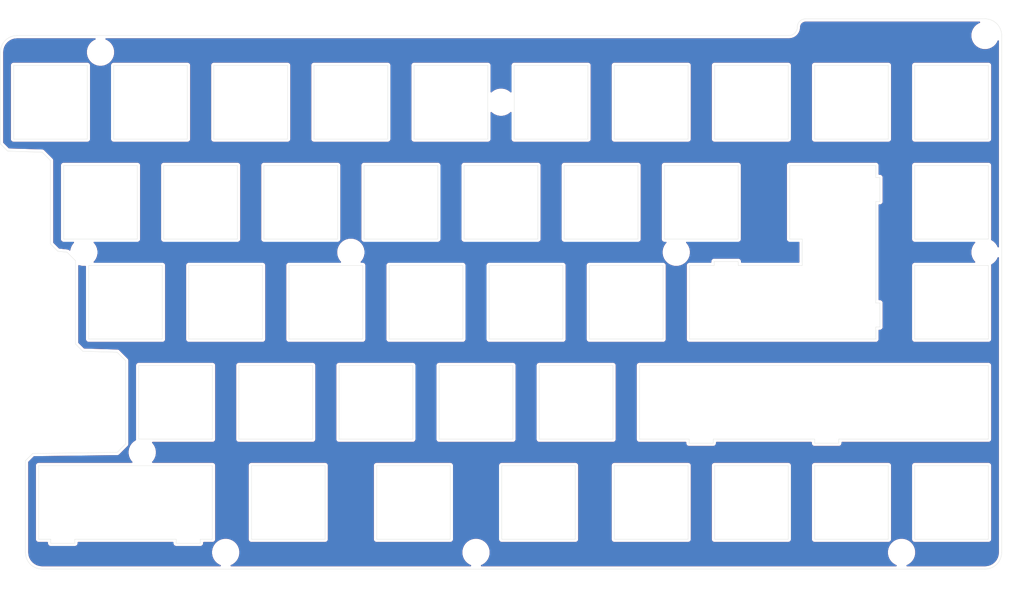
<source format=kicad_pcb>
(kicad_pcb (version 20171130) (host pcbnew "(5.1.5)-3")
  (layers (0 F.Cu signal) (31 B.Cu signal) (34 B.Paste user) (35 F.Paste user) (36 B.SilkS user) (37 F.SilkS user) (38 B.Mask user) (39 F.Mask user) (44 Edge.Cuts user))
  (net 0 "")
  (module Ipomoea-cairica:M2_SCREW_HOLE_CL (layer F.Cu) (at 314.325 19.05)
    (fp_text reference M2_SPACER_HOLE_011 hide)
    (fp_text value Val** hide)
    (pad "" np_thru_hole circle (at 0 0) (size 2.2 2.2) (drill 2.2) (layers *.Cu *.Mask) (clearance 1.5))
  )
  (module Ipomoea-cairica:M2_SCREW_HOLE_CL (layer F.Cu) (at 169.8625 117.475)
    (fp_text reference M2_SPACER_HOLE_002 hide)
    (fp_text value Val** hide)
    (pad "" np_thru_hole circle (at 0 0) (size 2.2 2.2) (drill 2.2) (layers *.Cu *.Mask) (clearance 1.5))
  )
  (module Ipomoea-cairica:M2_SCREW_HOLE_CL (layer F.Cu) (at 193.675 60.325)
    (fp_text reference M2_SPACER_HOLE_003 hide)
    (fp_text value Val** hide)
    (pad "" np_thru_hole circle (at 0 0) (size 2.2 2.2) (drill 2.2) (layers *.Cu *.Mask) (clearance 1.5))
  )
  (module Ipomoea-cairica:M2_SCREW_HOLE_CL (layer F.Cu) (at 222.25 31.75)
    (fp_text reference M2_SPACER_HOLE_004 hide)
    (fp_text value Val** hide)
    (pad "" np_thru_hole circle (at 0 0) (size 2.2 2.2) (drill 2.2) (layers *.Cu *.Mask) (clearance 1.5))
  )
  (module Ipomoea-cairica:M2_SCREW_HOLE_CL (layer F.Cu) (at 314.325 60.325)
    (fp_text reference M2_SPACER_HOLE_007 hide)
    (fp_text value Val** hide)
    (pad "" np_thru_hole circle (at 0 0) (size 2.2 2.2) (drill 2.2) (layers *.Cu *.Mask) (clearance 1.5))
  )
  (module Ipomoea-cairica:M2_SCREW_HOLE_CL (layer F.Cu) (at 298.45 117.475)
    (fp_text reference M2_SPACER_HOLE_009 hide)
    (fp_text value Val** hide)
    (pad "" np_thru_hole circle (at 0 0) (size 2.2 2.2) (drill 2.2) (layers *.Cu *.Mask) (clearance 1.5))
  )
  (module Ipomoea-cairica:M2_SCREW_HOLE_CL (layer F.Cu) (at 217.4875 117.475)
    (fp_text reference M2_SPACER_HOLE_010 hide)
    (fp_text value Val** hide)
    (pad "" np_thru_hole circle (at 0 0) (size 2.2 2.2) (drill 2.2) (layers *.Cu *.Mask) (clearance 1.5))
  )
  (module Ipomoea-cairica:M2_SCREW_HOLE_CL (layer F.Cu) (at 146.05 22.225)
    (fp_text reference M2_SPACER_HOLE_012 hide)
    (fp_text value Val** hide)
    (pad "" np_thru_hole circle (at 0 0) (size 2.2 2.2) (drill 2.2) (layers *.Cu *.Mask) (clearance 1.5))
  )
  (module Ipomoea-cairica:M2_SCREW_HOLE_CL (layer F.Cu) (at 255.5875 60.325)
    (fp_text reference M2_SPACER_HOLE_013 hide)
    (fp_text value Val** hide)
    (pad "" np_thru_hole circle (at 0 0) (size 2.2 2.2) (drill 2.2) (layers *.Cu *.Mask) (clearance 1.5))
  )
  (module Ipomoea-cairica:M2_SCREW_HOLE_CL (layer F.Cu) (at 142.875 60.325)
    (fp_text reference M2_SPACER_HOLE_017 hide)
    (fp_text value Val** hide)
    (pad "" np_thru_hole circle (at 0 0) (size 2.2 2.2) (drill 2.2) (layers *.Cu *.Mask) (clearance 1.5))
  )
  (module Ipomoea-cairica:M2_SCREW_HOLE_CL (layer F.Cu) (at 153.9875 98.425)
    (fp_text reference M2_SPACER_HOLE_019 hide)
    (fp_text value Val** hide)
    (pad "" np_thru_hole circle (at 0 0) (size 2.2 2.2) (drill 2.2) (layers *.Cu *.Mask) (clearance 1.5))
  )
  (module Ipomoea-cairica:CUT_HOLE_CENTER_RIGHT (layer F.Cu) (at 141.2875 69.85)
    (fp_text reference CUT_HOLE_CENTER)
    (fp_text value CUT_HOLE_CENTER_RIGHT)
    (fp_line (start -14.2875 -30.1625) (end -12.9 -28.7745) (layer Edge.Cuts) (width 0.05))
    (fp_line (start -4.7625 -11.1125) (end -3.375 -9.7245) (layer Edge.Cuts) (width 0.05))
    (fp_line (start -9.525 30.1625) (end -8.137 28.775) (layer Edge.Cuts) (width 0.05))
    (fp_line (start 0 7.9375) (end 1.3875 9.3255) (layer Edge.Cuts) (width 0.05))
    (fp_line (start 7.9375 28.575) (end 9.525 26.9875) (layer Edge.Cuts) (width 0.05))
    (fp_line (start -6.35 -28.575) (end -4.7625 -26.9875) (layer Edge.Cuts) (width 0.05))
    (fp_line (start -1.5875 -9.525) (end 0 -7.9375) (layer Edge.Cuts) (width 0.05))
    (fp_line (start 7.9375 9.525) (end 9.525 11.1125) (layer Edge.Cuts) (width 0.05))
    (fp_line (start -9.525 30.1625) (end -9.525 47.625) (layer Edge.Cuts) (width 0.05))
    (fp_line (start 7.9375 28.575) (end -8.137 28.775) (layer Edge.Cuts) (width 0.05))
    (fp_line (start 9.5255 11.1125) (end 9.525 26.9875) (layer Edge.Cuts) (width 0.05))
    (fp_line (start 1.3875 9.3255) (end 7.9375 9.525) (layer Edge.Cuts) (width 0.05))
    (fp_line (start 0 -7.9375) (end 0 7.9375) (layer Edge.Cuts) (width 0.05))
    (fp_line (start -3.375 -9.7245) (end -1.5875 -9.525) (layer Edge.Cuts) (width 0.05))
    (fp_line (start -4.7625 -26.9875) (end -4.7625 -11.1125) (layer Edge.Cuts) (width 0.05))
    (fp_line (start -12.9 -28.7745) (end -6.35 -28.575) (layer Edge.Cuts) (width 0.05))
    (fp_line (start -14.2875 -47.625) (end -14.2875 -30.1625) (layer Edge.Cuts) (width 0.05))
  )
  (module Ipomoea-cairica:CherryMX-Top_1u (layer F.Cu) (at 160.338 88.9)
    (fp_text reference SW56)
    (fp_text value SW_PUSH)
    (fp_line (start -7 -7) (end 7 -7) (layer Edge.Cuts) (width 0.05))
    (fp_line (start 7 7) (end -7 7) (layer Edge.Cuts) (width 0.05))
    (fp_line (start 7 7) (end 7 -7) (layer Edge.Cuts) (width 0.05))
    (fp_line (start -7 7) (end -7 -7) (layer Edge.Cuts) (width 0.05))
  )
  (module Ipomoea-cairica:CherryMX-Top_ENT (layer F.Cu) (at 277.01875 69.85)
    (fp_text reference REF**)
    (fp_text value CherryMX-Top_ENT)
    (fp_line (start 16.525 -26.05) (end 0.14375 -26.05) (layer Edge.Cuts) (width 0.05))
    (fp_line (start 0.14375 -12.05) (end 2.525 -12.05) (layer Edge.Cuts) (width 0.05))
    (fp_line (start 0.14375 -12.05) (end 0.14375 -26.05) (layer Edge.Cuts) (width 0.05))
    (fp_line (start 2.525 -7) (end -9.652 -7) (layer Edge.Cuts) (width 0.05))
    (fp_line (start -18.90625 7) (end -18.90625 -7) (layer Edge.Cuts) (width 0.05))
    (fp_line (start 16.525 7) (end -18.90625 7) (layer Edge.Cuts) (width 0.05))
    (fp_line (start -14.224 -7) (end -14.224 -7.7724) (layer Edge.Cuts) (width 0.05))
    (fp_line (start -9.652 -7.7724) (end -14.224 -7.7724) (layer Edge.Cuts) (width 0.05))
    (fp_line (start -9.652 -7) (end -9.652 -7.7724) (layer Edge.Cuts) (width 0.05))
    (fp_line (start -14.224 -7) (end -18.90625 -7) (layer Edge.Cuts) (width 0.05))
    (fp_line (start 16.525 4.699) (end 16.525 7) (layer Edge.Cuts) (width 0.05))
    (fp_line (start 16.525 -19.177) (end 17.2974 -19.177) (layer Edge.Cuts) (width 0.05))
    (fp_line (start 17.2974 -19.177) (end 17.2974 -23.749) (layer Edge.Cuts) (width 0.05))
    (fp_line (start 2.525 -7) (end 2.525 -12.05) (layer Edge.Cuts) (width 0.05))
    (fp_line (start 16.525 -19.177) (end 16.525 0.127) (layer Edge.Cuts) (width 0.05))
    (fp_line (start 16.525 0.127) (end 17.2974 0.127) (layer Edge.Cuts) (width 0.05))
    (fp_line (start 17.2974 0.127) (end 17.2974 4.699) (layer Edge.Cuts) (width 0.05))
    (fp_line (start 16.525 -23.749) (end 17.2974 -23.749) (layer Edge.Cuts) (width 0.05))
    (fp_line (start 16.525 -23.749) (end 16.525 -26.05) (layer Edge.Cuts) (width 0.05))
    (fp_line (start 16.525 4.699) (end 17.2974 4.699) (layer Edge.Cuts) (width 0.05))
  )
  (module Ipomoea-cairica:CherryMX-Top_RSFT (layer F.Cu) (at 272.25625 88.9)
    (fp_text reference REF**)
    (fp_text value CherryMX-Top_RSFT)
    (fp_line (start 14.224 7) (end 42.71875 7) (layer Edge.Cuts) (width 0.05))
    (fp_line (start -14.224 7) (end -23.66875 7) (layer Edge.Cuts) (width 0.05))
    (fp_line (start 42.71875 -7) (end -23.66875 -7) (layer Edge.Cuts) (width 0.05))
    (fp_line (start 9.652 7) (end -9.652 7) (layer Edge.Cuts) (width 0.05))
    (fp_line (start -23.66875 7) (end -23.66875 -7) (layer Edge.Cuts) (width 0.05))
    (fp_line (start 42.71875 7) (end 42.71875 -7) (layer Edge.Cuts) (width 0.05))
    (fp_line (start 14.224 7) (end 14.224 7.7724) (layer Edge.Cuts) (width 0.05))
    (fp_line (start -9.652 7.7724) (end -14.224 7.7724) (layer Edge.Cuts) (width 0.05))
    (fp_line (start 9.652 7) (end 9.652 7.7724) (layer Edge.Cuts) (width 0.05))
    (fp_line (start 9.652 7.7724) (end 14.224 7.7724) (layer Edge.Cuts) (width 0.05))
    (fp_line (start -14.224 7) (end -14.224 7.7724) (layer Edge.Cuts) (width 0.05))
    (fp_line (start -9.652 7) (end -9.652 7.7724) (layer Edge.Cuts) (width 0.05))
  )
  (module Ipomoea-cairica:CherryMX-Top_1u (layer F.Cu) (at 288.925 31.75 180)
    (fp_text reference SW15)
    (fp_text value SW_PUSH)
    (fp_line (start -7 -7) (end 7 -7) (layer Edge.Cuts) (width 0.05))
    (fp_line (start 7 7) (end -7 7) (layer Edge.Cuts) (width 0.05))
    (fp_line (start 7 7) (end 7 -7) (layer Edge.Cuts) (width 0.05))
    (fp_line (start -7 7) (end -7 -7) (layer Edge.Cuts) (width 0.05))
  )
  (module Ipomoea-cairica:CherryMX-Top_1u (layer F.Cu) (at 307.975 31.75 180)
    (fp_text reference SW16)
    (fp_text value SW_PUSH)
    (fp_line (start -7 -7) (end 7 -7) (layer Edge.Cuts) (width 0.05))
    (fp_line (start 7 7) (end -7 7) (layer Edge.Cuts) (width 0.05))
    (fp_line (start 7 7) (end 7 -7) (layer Edge.Cuts) (width 0.05))
    (fp_line (start -7 7) (end -7 -7) (layer Edge.Cuts) (width 0.05))
  )
  (module Ipomoea-cairica:CherryMX-Top_1.25u (layer F.Cu) (at 181.768 107.95)
    (fp_text reference SW76)
    (fp_text value SW_PUSH)
    (fp_line (start -7 -7) (end 7 -7) (layer Edge.Cuts) (width 0.05))
    (fp_line (start -7 7) (end -7 -7) (layer Edge.Cuts) (width 0.05))
    (fp_line (start 7 7) (end 7 -7) (layer Edge.Cuts) (width 0.05))
    (fp_line (start 7 7) (end -7 7) (layer Edge.Cuts) (width 0.05))
  )
  (module Ipomoea-cairica:CherryMX-Top_1.25u (layer F.Cu) (at 205.581 107.95)
    (fp_text reference SW77)
    (fp_text value SW_PUSH)
    (fp_line (start -7 -7) (end 7 -7) (layer Edge.Cuts) (width 0.05))
    (fp_line (start -7 7) (end -7 -7) (layer Edge.Cuts) (width 0.05))
    (fp_line (start 7 7) (end 7 -7) (layer Edge.Cuts) (width 0.05))
    (fp_line (start 7 7) (end -7 7) (layer Edge.Cuts) (width 0.05))
  )
  (module Ipomoea-cairica:CherryMX-Top_1.25u (layer F.Cu) (at 229.393 107.95)
    (fp_text reference SW78)
    (fp_text value SW_PUSH)
    (fp_line (start -7 -7) (end 7 -7) (layer Edge.Cuts) (width 0.05))
    (fp_line (start -7 7) (end -7 -7) (layer Edge.Cuts) (width 0.05))
    (fp_line (start 7 7) (end 7 -7) (layer Edge.Cuts) (width 0.05))
    (fp_line (start 7 7) (end -7 7) (layer Edge.Cuts) (width 0.05))
  )
  (module Ipomoea-cairica:CherryMX-Top_1u (layer F.Cu) (at 136.525 31.75 180)
    (fp_text reference SW7)
    (fp_text value SW_PUSH)
    (fp_line (start -7 -7) (end 7 -7) (layer Edge.Cuts) (width 0.05))
    (fp_line (start 7 7) (end -7 7) (layer Edge.Cuts) (width 0.05))
    (fp_line (start 7 7) (end 7 -7) (layer Edge.Cuts) (width 0.05))
    (fp_line (start -7 7) (end -7 -7) (layer Edge.Cuts) (width 0.05))
  )
  (module Ipomoea-cairica:CherryMX-Top_1u (layer F.Cu) (at 155.575 31.75)
    (fp_text reference SW8)
    (fp_text value SW_PUSH)
    (fp_line (start -7 -7) (end 7 -7) (layer Edge.Cuts) (width 0.05))
    (fp_line (start 7 7) (end -7 7) (layer Edge.Cuts) (width 0.05))
    (fp_line (start 7 7) (end 7 -7) (layer Edge.Cuts) (width 0.05))
    (fp_line (start -7 7) (end -7 -7) (layer Edge.Cuts) (width 0.05))
  )
  (module Ipomoea-cairica:CherryMX-Top_1u (layer F.Cu) (at 174.625 31.75 180)
    (fp_text reference SW9)
    (fp_text value SW_PUSH)
    (fp_line (start -7 -7) (end 7 -7) (layer Edge.Cuts) (width 0.05))
    (fp_line (start 7 7) (end -7 7) (layer Edge.Cuts) (width 0.05))
    (fp_line (start 7 7) (end 7 -7) (layer Edge.Cuts) (width 0.05))
    (fp_line (start -7 7) (end -7 -7) (layer Edge.Cuts) (width 0.05))
  )
  (module Ipomoea-cairica:CherryMX-Top_1u (layer F.Cu) (at 193.675 31.75 180)
    (fp_text reference SW10)
    (fp_text value SW_PUSH)
    (fp_line (start -7 -7) (end 7 -7) (layer Edge.Cuts) (width 0.05))
    (fp_line (start 7 7) (end -7 7) (layer Edge.Cuts) (width 0.05))
    (fp_line (start 7 7) (end 7 -7) (layer Edge.Cuts) (width 0.05))
    (fp_line (start -7 7) (end -7 -7) (layer Edge.Cuts) (width 0.05))
  )
  (module Ipomoea-cairica:CherryMX-Top_1u (layer F.Cu) (at 212.725 31.75)
    (fp_text reference SW11)
    (fp_text value SW_PUSH)
    (fp_line (start -7 -7) (end 7 -7) (layer Edge.Cuts) (width 0.05))
    (fp_line (start 7 7) (end -7 7) (layer Edge.Cuts) (width 0.05))
    (fp_line (start 7 7) (end 7 -7) (layer Edge.Cuts) (width 0.05))
    (fp_line (start -7 7) (end -7 -7) (layer Edge.Cuts) (width 0.05))
  )
  (module Ipomoea-cairica:CherryMX-Top_1u (layer F.Cu) (at 231.775 31.75)
    (fp_text reference SW12)
    (fp_text value SW_PUSH)
    (fp_line (start -7 -7) (end 7 -7) (layer Edge.Cuts) (width 0.05))
    (fp_line (start 7 7) (end -7 7) (layer Edge.Cuts) (width 0.05))
    (fp_line (start 7 7) (end 7 -7) (layer Edge.Cuts) (width 0.05))
    (fp_line (start -7 7) (end -7 -7) (layer Edge.Cuts) (width 0.05))
  )
  (module Ipomoea-cairica:CherryMX-Top_1u (layer F.Cu) (at 250.825 31.75)
    (fp_text reference SW13)
    (fp_text value SW_PUSH)
    (fp_line (start -7 -7) (end 7 -7) (layer Edge.Cuts) (width 0.05))
    (fp_line (start 7 7) (end -7 7) (layer Edge.Cuts) (width 0.05))
    (fp_line (start 7 7) (end 7 -7) (layer Edge.Cuts) (width 0.05))
    (fp_line (start -7 7) (end -7 -7) (layer Edge.Cuts) (width 0.05))
  )
  (module Ipomoea-cairica:CherryMX-Top_1u (layer F.Cu) (at 269.875 31.75)
    (fp_text reference SW14)
    (fp_text value SW_PUSH)
    (fp_line (start -7 -7) (end 7 -7) (layer Edge.Cuts) (width 0.05))
    (fp_line (start 7 7) (end -7 7) (layer Edge.Cuts) (width 0.05))
    (fp_line (start 7 7) (end 7 -7) (layer Edge.Cuts) (width 0.05))
    (fp_line (start -7 7) (end -7 -7) (layer Edge.Cuts) (width 0.05))
  )
  (module Ipomoea-cairica:CherryMX-Top_1u (layer F.Cu) (at 146.05 50.8)
    (fp_text reference SW23)
    (fp_text value SW_PUSH)
    (fp_line (start -7 -7) (end 7 -7) (layer Edge.Cuts) (width 0.05))
    (fp_line (start 7 7) (end -7 7) (layer Edge.Cuts) (width 0.05))
    (fp_line (start 7 7) (end 7 -7) (layer Edge.Cuts) (width 0.05))
    (fp_line (start -7 7) (end -7 -7) (layer Edge.Cuts) (width 0.05))
  )
  (module Ipomoea-cairica:CherryMX-Top_1u (layer F.Cu) (at 165.1 50.8)
    (fp_text reference SW24)
    (fp_text value SW_PUSH)
    (fp_line (start -7 -7) (end 7 -7) (layer Edge.Cuts) (width 0.05))
    (fp_line (start 7 7) (end -7 7) (layer Edge.Cuts) (width 0.05))
    (fp_line (start 7 7) (end 7 -7) (layer Edge.Cuts) (width 0.05))
    (fp_line (start -7 7) (end -7 -7) (layer Edge.Cuts) (width 0.05))
  )
  (module Ipomoea-cairica:CherryMX-Top_1u (layer F.Cu) (at 184.15 50.8)
    (fp_text reference SW25)
    (fp_text value SW_PUSH)
    (fp_line (start -7 -7) (end 7 -7) (layer Edge.Cuts) (width 0.05))
    (fp_line (start 7 7) (end -7 7) (layer Edge.Cuts) (width 0.05))
    (fp_line (start 7 7) (end 7 -7) (layer Edge.Cuts) (width 0.05))
    (fp_line (start -7 7) (end -7 -7) (layer Edge.Cuts) (width 0.05))
  )
  (module Ipomoea-cairica:CherryMX-Top_1u (layer F.Cu) (at 203.2 50.8)
    (fp_text reference SW26)
    (fp_text value SW_PUSH)
    (fp_line (start -7 -7) (end 7 -7) (layer Edge.Cuts) (width 0.05))
    (fp_line (start 7 7) (end -7 7) (layer Edge.Cuts) (width 0.05))
    (fp_line (start 7 7) (end 7 -7) (layer Edge.Cuts) (width 0.05))
    (fp_line (start -7 7) (end -7 -7) (layer Edge.Cuts) (width 0.05))
  )
  (module Ipomoea-cairica:CherryMX-Top_1u (layer F.Cu) (at 222.25 50.8)
    (fp_text reference SW27)
    (fp_text value SW_PUSH)
    (fp_line (start -7 -7) (end 7 -7) (layer Edge.Cuts) (width 0.05))
    (fp_line (start 7 7) (end -7 7) (layer Edge.Cuts) (width 0.05))
    (fp_line (start 7 7) (end 7 -7) (layer Edge.Cuts) (width 0.05))
    (fp_line (start -7 7) (end -7 -7) (layer Edge.Cuts) (width 0.05))
  )
  (module Ipomoea-cairica:CherryMX-Top_1u (layer F.Cu) (at 241.3 50.8)
    (fp_text reference SW28)
    (fp_text value SW_PUSH)
    (fp_line (start -7 -7) (end 7 -7) (layer Edge.Cuts) (width 0.05))
    (fp_line (start 7 7) (end -7 7) (layer Edge.Cuts) (width 0.05))
    (fp_line (start 7 7) (end 7 -7) (layer Edge.Cuts) (width 0.05))
    (fp_line (start -7 7) (end -7 -7) (layer Edge.Cuts) (width 0.05))
  )
  (module Ipomoea-cairica:CherryMX-Top_1u (layer F.Cu) (at 260.35 50.8)
    (fp_text reference SW29)
    (fp_text value SW_PUSH)
    (fp_line (start -7 -7) (end 7 -7) (layer Edge.Cuts) (width 0.05))
    (fp_line (start 7 7) (end -7 7) (layer Edge.Cuts) (width 0.05))
    (fp_line (start 7 7) (end 7 -7) (layer Edge.Cuts) (width 0.05))
    (fp_line (start -7 7) (end -7 -7) (layer Edge.Cuts) (width 0.05))
  )
  (module Ipomoea-cairica:CherryMX-Top_1u (layer F.Cu) (at 307.975 50.8)
    (fp_text reference SW31)
    (fp_text value SW_PUSH)
    (fp_line (start -7 -7) (end 7 -7) (layer Edge.Cuts) (width 0.05))
    (fp_line (start 7 7) (end -7 7) (layer Edge.Cuts) (width 0.05))
    (fp_line (start 7 7) (end 7 -7) (layer Edge.Cuts) (width 0.05))
    (fp_line (start -7 7) (end -7 -7) (layer Edge.Cuts) (width 0.05))
  )
  (module Ipomoea-cairica:CherryMX-Top_1u (layer F.Cu) (at 150.812 69.85)
    (fp_text reference SW41)
    (fp_text value SW_PUSH)
    (fp_line (start -7 -7) (end 7 -7) (layer Edge.Cuts) (width 0.05))
    (fp_line (start 7 7) (end -7 7) (layer Edge.Cuts) (width 0.05))
    (fp_line (start 7 7) (end 7 -7) (layer Edge.Cuts) (width 0.05))
    (fp_line (start -7 7) (end -7 -7) (layer Edge.Cuts) (width 0.05))
  )
  (module Ipomoea-cairica:CherryMX-Top_1u (layer F.Cu) (at 169.862 69.85)
    (fp_text reference SW42)
    (fp_text value SW_PUSH)
    (fp_line (start -7 -7) (end 7 -7) (layer Edge.Cuts) (width 0.05))
    (fp_line (start 7 7) (end -7 7) (layer Edge.Cuts) (width 0.05))
    (fp_line (start 7 7) (end 7 -7) (layer Edge.Cuts) (width 0.05))
    (fp_line (start -7 7) (end -7 -7) (layer Edge.Cuts) (width 0.05))
  )
  (module Ipomoea-cairica:CherryMX-Top_1u (layer F.Cu) (at 188.912 69.85)
    (fp_text reference SW43)
    (fp_text value SW_PUSH)
    (fp_line (start -7 -7) (end 7 -7) (layer Edge.Cuts) (width 0.05))
    (fp_line (start 7 7) (end -7 7) (layer Edge.Cuts) (width 0.05))
    (fp_line (start 7 7) (end 7 -7) (layer Edge.Cuts) (width 0.05))
    (fp_line (start -7 7) (end -7 -7) (layer Edge.Cuts) (width 0.05))
  )
  (module Ipomoea-cairica:CherryMX-Top_1u (layer F.Cu) (at 207.962 69.85)
    (fp_text reference SW44)
    (fp_text value SW_PUSH)
    (fp_line (start -7 -7) (end 7 -7) (layer Edge.Cuts) (width 0.05))
    (fp_line (start 7 7) (end -7 7) (layer Edge.Cuts) (width 0.05))
    (fp_line (start 7 7) (end 7 -7) (layer Edge.Cuts) (width 0.05))
    (fp_line (start -7 7) (end -7 -7) (layer Edge.Cuts) (width 0.05))
  )
  (module Ipomoea-cairica:CherryMX-Top_1u (layer F.Cu) (at 227.012 69.85)
    (fp_text reference SW45)
    (fp_text value SW_PUSH)
    (fp_line (start -7 -7) (end 7 -7) (layer Edge.Cuts) (width 0.05))
    (fp_line (start 7 7) (end -7 7) (layer Edge.Cuts) (width 0.05))
    (fp_line (start 7 7) (end 7 -7) (layer Edge.Cuts) (width 0.05))
    (fp_line (start -7 7) (end -7 -7) (layer Edge.Cuts) (width 0.05))
  )
  (module Ipomoea-cairica:CherryMX-Top_1u (layer F.Cu) (at 246.062 69.85)
    (fp_text reference SW46)
    (fp_text value SW_PUSH)
    (fp_line (start -7 -7) (end 7 -7) (layer Edge.Cuts) (width 0.05))
    (fp_line (start 7 7) (end -7 7) (layer Edge.Cuts) (width 0.05))
    (fp_line (start 7 7) (end 7 -7) (layer Edge.Cuts) (width 0.05))
    (fp_line (start -7 7) (end -7 -7) (layer Edge.Cuts) (width 0.05))
  )
  (module Ipomoea-cairica:CherryMX-Top_1u (layer F.Cu) (at 307.975 69.85)
    (fp_text reference SW47)
    (fp_text value SW_PUSH)
    (fp_line (start -7 -7) (end 7 -7) (layer Edge.Cuts) (width 0.05))
    (fp_line (start 7 7) (end -7 7) (layer Edge.Cuts) (width 0.05))
    (fp_line (start 7 7) (end 7 -7) (layer Edge.Cuts) (width 0.05))
    (fp_line (start -7 7) (end -7 -7) (layer Edge.Cuts) (width 0.05))
  )
  (module Ipomoea-cairica:CherryMX-Top_1u (layer F.Cu) (at 236.538 88.9)
    (fp_text reference SW60)
    (fp_text value SW_PUSH)
    (fp_line (start -7 -7) (end 7 -7) (layer Edge.Cuts) (width 0.05))
    (fp_line (start 7 7) (end -7 7) (layer Edge.Cuts) (width 0.05))
    (fp_line (start 7 7) (end 7 -7) (layer Edge.Cuts) (width 0.05))
    (fp_line (start -7 7) (end -7 -7) (layer Edge.Cuts) (width 0.05))
  )
  (module Ipomoea-cairica:CherryMX-Top_1u (layer F.Cu) (at 179.388 88.9)
    (fp_text reference SW57)
    (fp_text value SW_PUSH)
    (fp_line (start -7 -7) (end 7 -7) (layer Edge.Cuts) (width 0.05))
    (fp_line (start 7 7) (end -7 7) (layer Edge.Cuts) (width 0.05))
    (fp_line (start 7 7) (end 7 -7) (layer Edge.Cuts) (width 0.05))
    (fp_line (start -7 7) (end -7 -7) (layer Edge.Cuts) (width 0.05))
  )
  (module Ipomoea-cairica:CherryMX-Top_1u (layer F.Cu) (at 198.438 88.9)
    (fp_text reference SW58)
    (fp_text value SW_PUSH)
    (fp_line (start -7 -7) (end 7 -7) (layer Edge.Cuts) (width 0.05))
    (fp_line (start 7 7) (end -7 7) (layer Edge.Cuts) (width 0.05))
    (fp_line (start 7 7) (end 7 -7) (layer Edge.Cuts) (width 0.05))
    (fp_line (start -7 7) (end -7 -7) (layer Edge.Cuts) (width 0.05))
  )
  (module Ipomoea-cairica:CherryMX-Top_1u (layer F.Cu) (at 217.488 88.9)
    (fp_text reference SW59)
    (fp_text value SW_PUSH)
    (fp_line (start -7 -7) (end 7 -7) (layer Edge.Cuts) (width 0.05))
    (fp_line (start 7 7) (end -7 7) (layer Edge.Cuts) (width 0.05))
    (fp_line (start 7 7) (end 7 -7) (layer Edge.Cuts) (width 0.05))
    (fp_line (start -7 7) (end -7 -7) (layer Edge.Cuts) (width 0.05))
  )
  (module Ipomoea-cairica:CherryMX-Top_1u (layer F.Cu) (at 250.825 107.95)
    (fp_text reference SW79)
    (fp_text value SW_PUSH)
    (fp_line (start -7 -7) (end 7 -7) (layer Edge.Cuts) (width 0.05))
    (fp_line (start 7 7) (end -7 7) (layer Edge.Cuts) (width 0.05))
    (fp_line (start 7 7) (end 7 -7) (layer Edge.Cuts) (width 0.05))
    (fp_line (start -7 7) (end -7 -7) (layer Edge.Cuts) (width 0.05))
  )
  (module Ipomoea-cairica:CherryMX-Top_1u (layer F.Cu) (at 269.875 107.95)
    (fp_text reference SW80)
    (fp_text value SW_PUSH)
    (fp_line (start -7 -7) (end 7 -7) (layer Edge.Cuts) (width 0.05))
    (fp_line (start 7 7) (end -7 7) (layer Edge.Cuts) (width 0.05))
    (fp_line (start 7 7) (end 7 -7) (layer Edge.Cuts) (width 0.05))
    (fp_line (start -7 7) (end -7 -7) (layer Edge.Cuts) (width 0.05))
  )
  (module Ipomoea-cairica:CherryMX-Top_1u (layer F.Cu) (at 288.925 107.95)
    (fp_text reference SW81)
    (fp_text value SW_PUSH)
    (fp_line (start -7 -7) (end 7 -7) (layer Edge.Cuts) (width 0.05))
    (fp_line (start 7 7) (end -7 7) (layer Edge.Cuts) (width 0.05))
    (fp_line (start 7 7) (end 7 -7) (layer Edge.Cuts) (width 0.05))
    (fp_line (start -7 7) (end -7 -7) (layer Edge.Cuts) (width 0.05))
  )
  (module Ipomoea-cairica:CherryMX-Top_1u (layer F.Cu) (at 307.975 107.95)
    (fp_text reference SW82)
    (fp_text value SW_PUSH)
    (fp_line (start -7 -7) (end 7 -7) (layer Edge.Cuts) (width 0.05))
    (fp_line (start 7 7) (end -7 7) (layer Edge.Cuts) (width 0.05))
    (fp_line (start 7 7) (end 7 -7) (layer Edge.Cuts) (width 0.05))
    (fp_line (start -7 7) (end -7 -7) (layer Edge.Cuts) (width 0.05))
  )
  (module Ipomoea-cairica:CherryMX-Top_2u (layer F.Cu) (at 150.812 107.95)
    (fp_text reference SW68)
    (fp_text value SW_PUSH)
    (fp_line (start 16.525 7) (end 16.525 -7) (layer Edge.Cuts) (width 0.05))
    (fp_line (start -16.525 7) (end -16.525 -7) (layer Edge.Cuts) (width 0.05))
    (fp_line (start -9.652 7) (end -9.652 7.7724) (layer Edge.Cuts) (width 0.05))
    (fp_line (start 9.652 7) (end -9.652 7) (layer Edge.Cuts) (width 0.05))
    (fp_line (start 9.652 7) (end 9.652 7.7724) (layer Edge.Cuts) (width 0.05))
    (fp_line (start -9.652 7.7724) (end -14.224 7.7724) (layer Edge.Cuts) (width 0.05))
    (fp_line (start -16.525 -7) (end 16.525 -7) (layer Edge.Cuts) (width 0.05))
    (fp_line (start 14.224 7) (end 14.224 7.7724) (layer Edge.Cuts) (width 0.05))
    (fp_line (start -14.224 7) (end -14.224 7.7724) (layer Edge.Cuts) (width 0.05))
    (fp_line (start -14.224 7) (end -16.525 7) (layer Edge.Cuts) (width 0.05))
    (fp_line (start 14.224 7) (end 16.525 7) (layer Edge.Cuts) (width 0.05))
    (fp_line (start 9.652 7.7724) (end 14.224 7.7724) (layer Edge.Cuts) (width 0.05))
  )
  (gr_line (start 314.325 15.875) (end 280.19375 15.875) (layer Edge.Cuts) (width 0.05))
  (gr_arc (start 280.19375 17.4625) (end 278.60625 17.4625) (angle 90) (layer Edge.Cuts) (width 0.05))
  (gr_arc (start 277.01875 17.4625) (end 278.60625 17.4625) (angle 90) (layer Edge.Cuts) (width 0.05))
  (gr_arc (start 314.325 19.05) (end 314.325 15.875) (angle 90) (layer Edge.Cuts) (width 0.05))
  (gr_line (start 317.5 19.05) (end 317.5 22.225) (layer Edge.Cuts) (width 0.05))
  (gr_arc (start 130.175 22.225) (end 130.175 19.05) (angle -90) (layer Edge.Cuts) (width 0.05))
  (gr_arc (start 134.9375 117.475) (end 131.7625 117.475) (angle -90) (layer Edge.Cuts) (width 0.05))
  (gr_line (start 130.175 19.05) (end 277.01875 19.05) (layer Edge.Cuts) (width 0.05))
  (gr_line (start 134.9375 120.65) (end 314.325 120.65) (layer Edge.Cuts) (width 0.05))
  (gr_arc (start 314.325 117.475) (end 314.325 120.65) (angle -90) (layer Edge.Cuts) (width 0.05))
  (gr_line (start 317.5 22.225) (end 317.5 117.475) (layer Edge.Cuts) (width 0.05))
  (zone (net 0) (net_name "") (layer B.Cu) (connect_pads (clearance 0.508)) (min_thickness 0.254) (fill yes (arc_segments 32) (thermal_gap 0.508) (thermal_bridge_width 0.508))
    (polygon (pts (xy 317.5 120.65) (xy 127 120.65) (xy 127 15.875) (xy 317.5 15.875)))
  )
  (zone (net 0) (net_name "") (layer F.Cu) (connect_pads (clearance 0.508)) (min_thickness 0.254) (fill yes (arc_segments 32) (thermal_gap 0.508) (thermal_bridge_width 0.508))
    (polygon (pts (xy 317.5 120.65) (xy 127 120.65) (xy 127 15.875) (xy 317.5 15.875)))
  )
)
</source>
